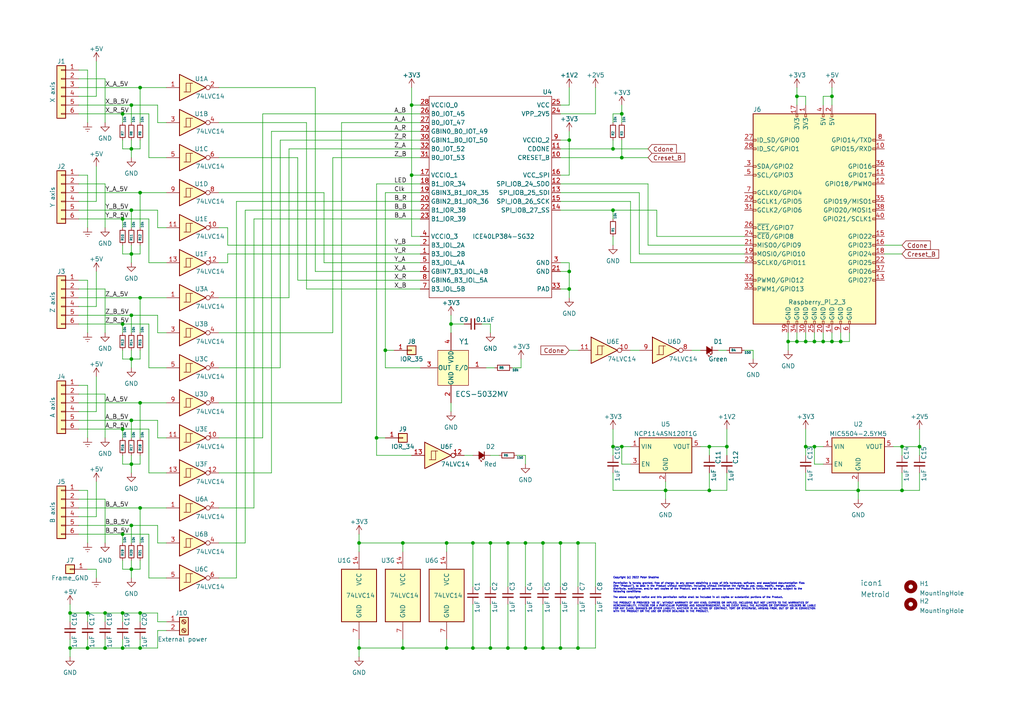
<source format=kicad_sch>
(kicad_sch (version 20211123) (generator eeschema)
  (paper "A4")
  (title_block (title "PiDRO glass scale to SPI interface") (date "2022-02-03") (rev "V0") (company "www.wire2wire.org"))
  (junction (at 238.76 99.06))
  (junction (at 111.76 101.6))
  (junction (at 180.34 33.02))
  (junction (at 177.8 129.54))
  (junction (at 236.22 99.06))
  (junction (at 119.38 50.8))
  (junction (at 40.64 86.36))
  (junction (at 193.04 142.24))
  (junction (at 20.32 187.96))
  (junction (at 20.32 177.8))
  (junction (at 266.7 129.54))
  (junction (at 40.64 25.4))
  (junction (at 38.1 91.44))
  (junction (at 35.56 124.46))
  (junction (at 38.1 134.62))
  (junction (at 38.1 104.14))
  (junction (at 38.1 165.1))
  (junction (at 38.1 73.66))
  (junction (at 38.1 43.18))
  (junction (at 180.34 129.54))
  (junction (at 157.48 157.48))
  (junction (at 104.14 187.96))
  (junction (at 241.3 27.94))
  (junction (at 233.68 129.54))
  (junction (at 109.22 127))
  (junction (at 129.54 157.48))
  (junction (at 261.62 129.54))
  (junction (at 177.8 60.96))
  (junction (at 233.68 99.06))
  (junction (at 167.64 187.96))
  (junction (at 162.56 187.96))
  (junction (at 142.24 187.96))
  (junction (at 248.92 142.24))
  (junction (at 205.74 142.24))
  (junction (at 157.48 187.96))
  (junction (at 241.3 99.06))
  (junction (at 116.84 157.48))
  (junction (at 180.34 45.72))
  (junction (at 35.56 187.96))
  (junction (at 147.32 157.48))
  (junction (at 137.16 187.96))
  (junction (at 129.54 187.96))
  (junction (at 167.64 157.48))
  (junction (at 137.16 157.48))
  (junction (at 35.56 93.98))
  (junction (at 38.1 152.4))
  (junction (at 38.1 60.96))
  (junction (at 165.1 78.74))
  (junction (at 119.38 30.48))
  (junction (at 165.1 83.82))
  (junction (at 231.14 99.06))
  (junction (at 35.56 154.94))
  (junction (at 236.22 129.54))
  (junction (at 152.4 157.48))
  (junction (at 228.6 99.06))
  (junction (at 30.48 177.8))
  (junction (at 205.74 129.54))
  (junction (at 152.4 187.96))
  (junction (at 147.32 187.96))
  (junction (at 116.84 187.96))
  (junction (at 231.14 27.94))
  (junction (at 165.1 40.64))
  (junction (at 25.4 177.8))
  (junction (at 40.64 177.8))
  (junction (at 40.64 187.96))
  (junction (at 25.4 187.96))
  (junction (at 40.64 116.84))
  (junction (at 35.56 33.02))
  (junction (at 162.56 157.48))
  (junction (at 177.8 43.18))
  (junction (at 243.84 99.06))
  (junction (at 35.56 63.5))
  (junction (at 210.82 129.54))
  (junction (at 38.1 121.92))
  (junction (at 261.62 142.24))
  (junction (at 30.48 187.96))
  (junction (at 38.1 30.48))
  (junction (at 130.81 93.98))
  (junction (at 40.64 147.32))
  (junction (at 142.24 157.48))
  (junction (at 40.64 55.88))
  (junction (at 35.56 177.8))
  (junction (at 104.14 157.48))
  (wire (pts (xy 142.24 157.48) (xy 147.32 157.48)))
  (wire (pts (xy 38.1 134.62) (xy 40.64 134.62)))
  (wire (pts (xy 256.54 71.12) (xy 261.62 71.12)))
  (wire (pts (xy 190.5 68.58) (xy 215.9 68.58)))
  (wire (pts (xy 151.13 104.14) (xy 151.13 106.68)))
  (wire (pts (xy 25.4 187.96) (xy 20.32 187.96)))
  (wire (pts (xy 76.2 33.02) (xy 121.92 33.02)))
  (wire (pts (xy 35.56 162.56) (xy 35.56 165.1)))
  (wire (pts (xy 142.24 187.96) (xy 147.32 187.96)))
  (wire (pts (xy 27.94 17.78) (xy 27.94 27.94)))
  (wire (pts (xy 73.66 63.5) (xy 121.92 63.5)))
  (wire (pts (xy 38.1 60.96) (xy 45.72 60.96)))
  (wire (pts (xy 248.92 139.7) (xy 248.92 142.24)))
  (wire (pts (xy 20.32 175.26) (xy 20.32 177.8)))
  (wire (pts (xy 66.04 73.66) (xy 121.92 73.66)))
  (wire (pts (xy 81.28 106.68) (xy 81.28 40.64)))
  (wire (pts (xy 172.72 187.96) (xy 172.72 175.26)))
  (wire (pts (xy 162.56 78.74) (xy 165.1 78.74)))
  (wire (pts (xy 210.82 142.24) (xy 210.82 137.16)))
  (wire (pts (xy 157.48 175.26) (xy 157.48 187.96)))
  (wire (pts (xy 38.1 121.92) (xy 45.72 121.92)))
  (wire (pts (xy 228.6 99.06) (xy 228.6 101.6)))
  (wire (pts (xy 30.48 83.82) (xy 30.48 96.52)))
  (wire (pts (xy 22.86 144.78) (xy 30.48 144.78)))
  (wire (pts (xy 25.4 50.8) (xy 25.4 66.04)))
  (wire (pts (xy 261.62 129.54) (xy 261.62 132.08)))
  (wire (pts (xy 193.04 142.24) (xy 205.74 142.24)))
  (wire (pts (xy 45.72 66.04) (xy 48.26 66.04)))
  (wire (pts (xy 25.4 142.24) (xy 25.4 157.48)))
  (wire (pts (xy 22.86 22.86) (xy 30.48 22.86)))
  (wire (pts (xy 35.56 165.1) (xy 38.1 165.1)))
  (wire (pts (xy 238.76 27.94) (xy 241.3 27.94)))
  (wire (pts (xy 259.08 129.54) (xy 261.62 129.54)))
  (wire (pts (xy 35.56 132.08) (xy 35.56 134.62)))
  (wire (pts (xy 129.54 185.42) (xy 129.54 187.96)))
  (wire (pts (xy 116.84 185.42) (xy 116.84 187.96)))
  (wire (pts (xy 99.06 116.84) (xy 99.06 35.56)))
  (wire (pts (xy 231.14 27.94) (xy 233.68 27.94)))
  (wire (pts (xy 266.7 129.54) (xy 266.7 132.08)))
  (wire (pts (xy 38.1 91.44) (xy 38.1 96.52)))
  (wire (pts (xy 38.1 121.92) (xy 38.1 127)))
  (wire (pts (xy 177.8 129.54) (xy 180.34 129.54)))
  (wire (pts (xy 38.1 162.56) (xy 38.1 165.1)))
  (wire (pts (xy 40.64 86.36) (xy 40.64 96.52)))
  (wire (pts (xy 30.48 114.3) (xy 30.48 127)))
  (wire (pts (xy 210.82 132.08) (xy 210.82 129.54)))
  (wire (pts (xy 78.74 137.16) (xy 78.74 38.1)))
  (wire (pts (xy 147.32 157.48) (xy 152.4 157.48)))
  (wire (pts (xy 35.56 154.94) (xy 43.18 154.94)))
  (wire (pts (xy 40.64 165.1) (xy 40.64 162.56)))
  (wire (pts (xy 35.56 134.62) (xy 38.1 134.62)))
  (wire (pts (xy 78.74 38.1) (xy 121.92 38.1)))
  (wire (pts (xy 22.86 27.94) (xy 27.94 27.94)))
  (wire (pts (xy 38.1 134.62) (xy 38.1 137.16)))
  (wire (pts (xy 177.8 142.24) (xy 193.04 142.24)))
  (wire (pts (xy 130.81 93.98) (xy 134.62 93.98)))
  (wire (pts (xy 86.36 81.28) (xy 121.92 81.28)))
  (wire (pts (xy 162.56 50.8) (xy 165.1 50.8)))
  (wire (pts (xy 215.9 71.12) (xy 187.96 71.12)))
  (wire (pts (xy 139.7 93.98) (xy 142.24 93.98)))
  (wire (pts (xy 63.5 127) (xy 76.2 127)))
  (wire (pts (xy 147.32 157.48) (xy 147.32 170.18)))
  (wire (pts (xy 22.86 83.82) (xy 30.48 83.82)))
  (wire (pts (xy 241.3 99.06) (xy 238.76 99.06)))
  (wire (pts (xy 172.72 157.48) (xy 167.64 157.48)))
  (wire (pts (xy 261.62 137.16) (xy 261.62 142.24)))
  (wire (pts (xy 40.64 177.8) (xy 40.64 180.34)))
  (wire (pts (xy 238.76 99.06) (xy 236.22 99.06)))
  (wire (pts (xy 45.72 157.48) (xy 48.26 157.48)))
  (wire (pts (xy 35.56 177.8) (xy 40.64 177.8)))
  (wire (pts (xy 162.56 33.02) (xy 172.72 33.02)))
  (wire (pts (xy 233.68 96.52) (xy 233.68 99.06)))
  (wire (pts (xy 99.06 35.56) (xy 121.92 35.56)))
  (wire (pts (xy 104.14 157.48) (xy 116.84 157.48)))
  (wire (pts (xy 104.14 157.48) (xy 104.14 160.02)))
  (wire (pts (xy 66.04 76.2) (xy 66.04 73.66)))
  (wire (pts (xy 35.56 93.98) (xy 43.18 93.98)))
  (wire (pts (xy 185.42 55.88) (xy 162.56 55.88)))
  (wire (pts (xy 241.3 25.4) (xy 241.3 27.94)))
  (wire (pts (xy 43.18 76.2) (xy 48.26 76.2)))
  (wire (pts (xy 38.1 104.14) (xy 38.1 106.68)))
  (wire (pts (xy 20.32 187.96) (xy 20.32 190.5)))
  (wire (pts (xy 109.22 127) (xy 111.76 127)))
  (wire (pts (xy 256.54 73.66) (xy 261.62 73.66)))
  (wire (pts (xy 152.4 157.48) (xy 157.48 157.48)))
  (wire (pts (xy 142.24 132.08) (xy 144.78 132.08)))
  (wire (pts (xy 228.6 96.52) (xy 228.6 99.06)))
  (wire (pts (xy 43.18 154.94) (xy 43.18 167.64)))
  (wire (pts (xy 162.56 43.18) (xy 177.8 43.18)))
  (wire (pts (xy 165.1 25.4) (xy 165.1 30.48)))
  (wire (pts (xy 167.64 157.48) (xy 167.64 170.18)))
  (wire (pts (xy 231.14 25.4) (xy 231.14 27.94)))
  (wire (pts (xy 172.72 170.18) (xy 172.72 157.48)))
  (wire (pts (xy 22.86 30.48) (xy 38.1 30.48)))
  (wire (pts (xy 63.5 35.56) (xy 88.9 35.56)))
  (wire (pts (xy 30.48 187.96) (xy 25.4 187.96)))
  (wire (pts (xy 22.86 124.46) (xy 35.56 124.46)))
  (wire (pts (xy 43.18 137.16) (xy 48.26 137.16)))
  (wire (pts (xy 68.58 58.42) (xy 121.92 58.42)))
  (wire (pts (xy 40.64 116.84) (xy 48.26 116.84)))
  (wire (pts (xy 22.86 55.88) (xy 40.64 55.88)))
  (wire (pts (xy 63.5 167.64) (xy 68.58 167.64)))
  (wire (pts (xy 236.22 99.06) (xy 233.68 99.06)))
  (wire (pts (xy 63.5 157.48) (xy 71.12 157.48)))
  (wire (pts (xy 45.72 152.4) (xy 45.72 157.48)))
  (wire (pts (xy 205.74 129.54) (xy 203.2 129.54)))
  (wire (pts (xy 180.34 129.54) (xy 182.88 129.54)))
  (wire (pts (xy 241.3 96.52) (xy 241.3 99.06)))
  (wire (pts (xy 157.48 157.48) (xy 157.48 170.18)))
  (wire (pts (xy 63.5 116.84) (xy 99.06 116.84)))
  (wire (pts (xy 111.76 101.6) (xy 111.76 106.68)))
  (wire (pts (xy 22.86 147.32) (xy 40.64 147.32)))
  (wire (pts (xy 180.34 30.48) (xy 180.34 33.02)))
  (wire (pts (xy 68.58 167.64) (xy 68.58 58.42)))
  (wire (pts (xy 35.56 63.5) (xy 35.56 66.04)))
  (wire (pts (xy 246.38 96.52) (xy 246.38 99.06)))
  (wire (pts (xy 231.14 99.06) (xy 228.6 99.06)))
  (wire (pts (xy 40.64 73.66) (xy 40.64 71.12)))
  (wire (pts (xy 40.64 187.96) (xy 35.56 187.96)))
  (wire (pts (xy 142.24 157.48) (xy 142.24 170.18)))
  (wire (pts (xy 38.1 104.14) (xy 40.64 104.14)))
  (wire (pts (xy 35.56 177.8) (xy 35.56 180.34)))
  (wire (pts (xy 30.48 177.8) (xy 35.56 177.8)))
  (wire (pts (xy 30.48 53.34) (xy 30.48 66.04)))
  (wire (pts (xy 137.16 187.96) (xy 142.24 187.96)))
  (wire (pts (xy 162.56 187.96) (xy 167.64 187.96)))
  (wire (pts (xy 177.8 124.46) (xy 177.8 129.54)))
  (wire (pts (xy 121.92 53.34) (xy 109.22 53.34)))
  (wire (pts (xy 27.94 48.26) (xy 27.94 58.42)))
  (wire (pts (xy 22.86 121.92) (xy 38.1 121.92)))
  (wire (pts (xy 116.84 157.48) (xy 129.54 157.48)))
  (wire (pts (xy 185.42 73.66) (xy 185.42 55.88)))
  (wire (pts (xy 30.48 22.86) (xy 30.48 35.56)))
  (wire (pts (xy 43.18 106.68) (xy 48.26 106.68)))
  (wire (pts (xy 43.18 167.64) (xy 48.26 167.64)))
  (wire (pts (xy 83.82 86.36) (xy 83.82 43.18)))
  (wire (pts (xy 22.86 152.4) (xy 38.1 152.4)))
  (wire (pts (xy 43.18 124.46) (xy 43.18 137.16)))
  (wire (pts (xy 40.64 185.42) (xy 40.64 187.96)))
  (wire (pts (xy 22.86 33.02) (xy 35.56 33.02)))
  (wire (pts (xy 38.1 60.96) (xy 38.1 66.04)))
  (wire (pts (xy 104.14 187.96) (xy 116.84 187.96)))
  (wire (pts (xy 266.7 124.46) (xy 266.7 129.54)))
  (wire (pts (xy 193.04 139.7) (xy 193.04 142.24)))
  (wire (pts (xy 35.56 40.64) (xy 35.56 43.18)))
  (wire (pts (xy 93.98 55.88) (xy 93.98 76.2)))
  (wire (pts (xy 22.86 88.9) (xy 27.94 88.9)))
  (wire (pts (xy 63.5 45.72) (xy 86.36 45.72)))
  (wire (pts (xy 63.5 76.2) (xy 66.04 76.2)))
  (wire (pts (xy 22.86 119.38) (xy 27.94 119.38)))
  (wire (pts (xy 35.56 73.66) (xy 38.1 73.66)))
  (wire (pts (xy 182.88 134.62) (xy 180.34 134.62)))
  (wire (pts (xy 236.22 96.52) (xy 236.22 99.06)))
  (wire (pts (xy 30.48 144.78) (xy 30.48 157.48)))
  (wire (pts (xy 38.1 73.66) (xy 40.64 73.66)))
  (wire (pts (xy 71.12 60.96) (xy 121.92 60.96)))
  (wire (pts (xy 109.22 127) (xy 109.22 132.08)))
  (wire (pts (xy 129.54 157.48) (xy 137.16 157.48)))
  (wire (pts (xy 208.28 101.6) (xy 210.82 101.6)))
  (wire (pts (xy 35.56 71.12) (xy 35.56 73.66)))
  (wire (pts (xy 248.92 142.24) (xy 248.92 144.78)))
  (wire (pts (xy 35.56 33.02) (xy 43.18 33.02)))
  (wire (pts (xy 231.14 27.94) (xy 231.14 30.48)))
  (wire (pts (xy 35.56 43.18) (xy 38.1 43.18)))
  (wire (pts (xy 129.54 187.96) (xy 137.16 187.96)))
  (wire (pts (xy 205.74 142.24) (xy 205.74 137.16)))
  (wire (pts (xy 119.38 50.8) (xy 121.92 50.8)))
  (wire (pts (xy 63.5 66.04) (xy 66.04 66.04)))
  (wire (pts (xy 45.72 91.44) (xy 45.72 96.52)))
  (wire (pts (xy 27.94 165.1) (xy 27.94 167.64)))
  (wire (pts (xy 177.8 137.16) (xy 177.8 142.24)))
  (wire (pts (xy 38.1 71.12) (xy 38.1 73.66)))
  (wire (pts (xy 218.44 101.6) (xy 218.44 104.14)))
  (wire (pts (xy 38.1 73.66) (xy 38.1 76.2)))
  (wire (pts (xy 27.94 119.38) (xy 27.94 109.22)))
  (wire (pts (xy 104.14 154.94) (xy 104.14 157.48)))
  (wire (pts (xy 35.56 124.46) (xy 43.18 124.46)))
  (wire (pts (xy 182.88 101.6) (xy 185.42 101.6)))
  (wire (pts (xy 76.2 33.02) (xy 76.2 127)))
  (wire (pts (xy 130.81 93.98) (xy 130.81 96.52)))
  (wire (pts (xy 45.72 127) (xy 48.26 127)))
  (wire (pts (xy 157.48 187.96) (xy 162.56 187.96)))
  (wire (pts (xy 266.7 142.24) (xy 261.62 142.24)))
  (wire (pts (xy 152.4 175.26) (xy 152.4 187.96)))
  (wire (pts (xy 142.24 175.26) (xy 142.24 187.96)))
  (wire (pts (xy 40.64 104.14) (xy 40.64 101.6)))
  (wire (pts (xy 22.86 81.28) (xy 25.4 81.28)))
  (wire (pts (xy 266.7 137.16) (xy 266.7 142.24)))
  (wire (pts (xy 96.52 45.72) (xy 121.92 45.72)))
  (wire (pts (xy 45.72 60.96) (xy 45.72 66.04)))
  (wire (pts (xy 63.5 106.68) (xy 81.28 106.68)))
  (wire (pts (xy 165.1 78.74) (xy 165.1 83.82)))
  (wire (pts (xy 22.86 116.84) (xy 40.64 116.84)))
  (wire (pts (xy 172.72 25.4) (xy 172.72 33.02)))
  (wire (pts (xy 205.74 132.08) (xy 205.74 129.54)))
  (wire (pts (xy 88.9 35.56) (xy 88.9 83.82)))
  (wire (pts (xy 190.5 60.96) (xy 190.5 68.58)))
  (wire (pts (xy 261.62 129.54) (xy 266.7 129.54)))
  (wire (pts (xy 241.3 27.94) (xy 241.3 30.48)))
  (wire (pts (xy 45.72 30.48) (xy 45.72 35.56)))
  (wire (pts (xy 63.5 55.88) (xy 93.98 55.88)))
  (wire (pts (xy 205.74 142.24) (xy 210.82 142.24)))
  (wire (pts (xy 20.32 177.8) (xy 20.32 180.34)))
  (wire (pts (xy 162.56 30.48) (xy 165.1 30.48)))
  (wire (pts (xy 162.56 175.26) (xy 162.56 187.96)))
  (wire (pts (xy 48.26 45.72) (xy 43.18 45.72)))
  (wire (pts (xy 233.68 124.46) (xy 233.68 129.54)))
  (wire (pts (xy 215.9 101.6) (xy 218.44 101.6)))
  (wire (pts (xy 116.84 187.96) (xy 129.54 187.96)))
  (wire (pts (xy 43.18 93.98) (xy 43.18 106.68)))
  (wire (pts (xy 25.4 165.1) (xy 27.94 165.1)))
  (wire (pts (xy 180.34 45.72) (xy 187.96 45.72)))
  (wire (pts (xy 152.4 187.96) (xy 157.48 187.96)))
  (wire (pts (xy 66.04 71.12) (xy 121.92 71.12)))
  (wire (pts (xy 45.72 180.34) (xy 45.72 177.8)))
  (wire (pts (xy 165.1 76.2) (xy 165.1 78.74)))
  (wire (pts (xy 40.64 147.32) (xy 40.64 157.48)))
  (wire (pts (xy 35.56 33.02) (xy 35.56 35.56)))
  (wire (pts (xy 35.56 63.5) (xy 43.18 63.5)))
  (wire (pts (xy 140.97 106.68) (xy 143.51 106.68)))
  (wire (pts (xy 91.44 25.4) (xy 91.44 78.74)))
  (wire (pts (xy 177.8 60.96) (xy 177.8 63.5)))
  (wire (pts (xy 236.22 129.54) (xy 236.22 134.62)))
  (wire (pts (xy 38.1 30.48) (xy 38.1 35.56)))
  (wire (pts (xy 233.68 142.24) (xy 233.68 137.16)))
  (wire (pts (xy 238.76 96.52) (xy 238.76 99.06)))
  (wire (pts (xy 43.18 45.72) (xy 43.18 33.02)))
  (wire (pts (xy 177.8 132.08) (xy 177.8 129.54)))
  (wire (pts (xy 238.76 30.48) (xy 238.76 27.94)))
  (wire (pts (xy 261.62 142.24) (xy 248.92 142.24)))
  (wire (pts (xy 116.84 157.48) (xy 116.84 160.02)))
  (wire (pts (xy 119.38 30.48) (xy 119.38 50.8)))
  (wire (pts (xy 180.34 134.62) (xy 180.34 129.54)))
  (wire (pts (xy 25.4 177.8) (xy 25.4 180.34)))
  (wire (pts (xy 165.1 83.82) (xy 165.1 86.36)))
  (wire (pts (xy 180.34 40.64) (xy 180.34 45.72)))
  (wire (pts (xy 63.5 137.16) (xy 78.74 137.16)))
  (wire (pts (xy 162.56 45.72) (xy 180.34 45.72)))
  (wire (pts (xy 22.86 20.32) (xy 25.4 20.32)))
  (wire (pts (xy 248.92 142.24) (xy 233.68 142.24)))
  (wire (pts (xy 148.59 106.68) (xy 151.13 106.68)))
  (wire (pts (xy 38.1 132.08) (xy 38.1 134.62)))
  (wire (pts (xy 121.92 55.88) (xy 111.76 55.88)))
  (wire (pts (xy 38.1 165.1) (xy 38.1 167.64)))
  (wire (pts (xy 210.82 129.54) (xy 205.74 129.54)))
  (wire (pts (xy 177.8 43.18) (xy 187.96 43.18)))
  (wire (pts (xy 88.9 83.82) (xy 121.92 83.82)))
  (wire (pts (xy 43.18 63.5) (xy 43.18 76.2)))
  (wire (pts (xy 111.76 55.88) (xy 111.76 101.6)))
  (wire (pts (xy 119.38 25.4) (xy 119.38 30.48)))
  (wire (pts (xy 40.64 55.88) (xy 48.26 55.88)))
  (wire (pts (xy 25.4 185.42) (xy 25.4 187.96)))
  (wire (pts (xy 22.86 154.94) (xy 35.56 154.94)))
  (wire (pts (xy 25.4 20.32) (xy 25.4 35.56)))
  (wire (pts (xy 233.68 99.06) (xy 231.14 99.06)))
  (wire (pts (xy 22.86 142.24) (xy 25.4 142.24)))
  (wire (pts (xy 40.64 147.32) (xy 48.26 147.32)))
  (wire (pts (xy 63.5 86.36) (xy 83.82 86.36)))
  (wire (pts (xy 152.4 157.48) (xy 152.4 170.18)))
  (wire (pts (xy 215.9 76.2) (xy 182.88 76.2)))
  (wire (pts (xy 35.56 187.96) (xy 30.48 187.96)))
  (wire (pts (xy 35.56 104.14) (xy 38.1 104.14)))
  (wire (pts (xy 63.5 96.52) (xy 96.52 96.52)))
  (wire (pts (xy 187.96 71.12) (xy 187.96 53.34)))
  (wire (pts (xy 40.64 25.4) (xy 48.26 25.4)))
  (wire (pts (xy 149.86 132.08) (xy 152.4 132.08)))
  (wire (pts (xy 238.76 134.62) (xy 236.22 134.62)))
  (wire (pts (xy 25.4 81.28) (xy 25.4 96.52)))
  (wire (pts (xy 22.86 53.34) (xy 30.48 53.34)))
  (wire (pts (xy 157.48 157.48) (xy 162.56 157.48)))
  (wire (pts (xy 177.8 33.02) (xy 180.34 33.02)))
  (wire (pts (xy 38.1 43.18) (xy 38.1 45.72)))
  (wire (pts (xy 40.64 134.62) (xy 40.64 132.08)))
  (wire (pts (xy 45.72 187.96) (xy 40.64 187.96)))
  (wire (pts (xy 22.86 63.5) (xy 35.56 63.5)))
  (wire (pts (xy 48.26 180.34) (xy 45.72 180.34)))
  (wire (pts (xy 119.38 50.8) (xy 119.38 68.58)))
  (wire (pts (xy 180.34 33.02) (xy 180.34 35.56)))
  (wire (pts (xy 137.16 157.48) (xy 142.24 157.48)))
  (wire (pts (xy 109.22 132.08) (xy 119.38 132.08)))
  (wire (pts (xy 137.16 175.26) (xy 137.16 187.96)))
  (wire (pts (xy 162.56 60.96) (xy 177.8 60.96)))
  (wire (pts (xy 22.86 58.42) (xy 27.94 58.42)))
  (wire (pts (xy 177.8 60.96) (xy 190.5 60.96)))
  (wire (pts (xy 111.76 101.6) (xy 114.3 101.6)))
  (wire (pts (xy 22.86 91.44) (xy 38.1 91.44)))
  (wire (pts (xy 38.1 91.44) (xy 45.72 91.44)))
  (wire (pts (xy 22.86 93.98) (xy 35.56 93.98)))
  (wire (pts (xy 27.94 149.86) (xy 27.94 139.7)))
  (wire (pts (xy 20.32 185.42) (xy 20.32 187.96)))
  (wire (pts (xy 66.04 66.04) (xy 66.04 71.12)))
  (wire (pts (xy 177.8 35.56) (xy 177.8 33.02)))
  (wire (pts (xy 22.86 114.3) (xy 30.48 114.3)))
  (wire (pts (xy 96.52 96.52) (xy 96.52 45.72)))
  (wire (pts (xy 233.68 30.48) (xy 233.68 27.94)))
  (wire (pts (xy 137.16 157.48) (xy 137.16 170.18)))
  (wire (pts (xy 35.56 185.42) (xy 35.56 187.96)))
  (wire (pts (xy 27.94 78.74) (xy 27.94 88.9)))
  (wire (pts (xy 243.84 96.52) (xy 243.84 99.06)))
  (wire (pts (xy 130.81 116.84) (xy 130.81 119.38)))
  (wire (pts (xy 187.96 53.34) (xy 162.56 53.34)))
  (wire (pts (xy 38.1 101.6) (xy 38.1 104.14)))
  (wire (pts (xy 22.86 60.96) (xy 38.1 60.96)))
  (wire (pts (xy 30.48 177.8) (xy 30.48 180.34)))
  (wire (pts (xy 83.82 43.18) (xy 121.92 43.18)))
  (wire (pts (xy 162.56 76.2) (xy 165.1 76.2)))
  (wire (pts (xy 40.64 86.36) (xy 48.26 86.36)))
  (wire (pts (xy 233.68 129.54) (xy 233.68 132.08)))
  (wire (pts (xy 129.54 157.48) (xy 129.54 160.02)))
  (wire (pts (xy 177.8 40.64) (xy 177.8 43.18)))
  (wire (pts (xy 104.14 187.96) (xy 104.14 190.5)))
  (wire (pts (xy 152.4 132.08) (xy 152.4 134.62)))
  (wire (pts (xy 45.72 96.52) (xy 48.26 96.52)))
  (wire (pts (xy 35.56 124.46) (xy 35.56 127)))
  (wire (pts (xy 193.04 142.24) (xy 193.04 144.78)))
  (wire (pts (xy 210.82 124.46) (xy 210.82 129.54)))
  (wire (pts (xy 177.8 68.58) (xy 177.8 71.12)))
  (wire (pts (xy 40.64 25.4) (xy 40.64 35.56)))
  (wire (pts (xy 246.38 99.06) (xy 243.84 99.06)))
  (wire (pts (xy 22.86 111.76) (xy 25.4 111.76)))
  (wire (pts (xy 182.88 58.42) (xy 162.56 58.42)))
  (wire (pts (xy 236.22 129.54) (xy 233.68 129.54)))
  (wire (pts (xy 22.86 86.36) (xy 40.64 86.36)))
  (wire (pts (xy 25.4 177.8) (xy 30.48 177.8)))
  (wire (pts (xy 215.9 73.66) (xy 185.42 73.66)))
  (wire (pts (xy 243.84 99.06) (xy 241.3 99.06)))
  (wire (pts (xy 162.56 157.48) (xy 162.56 170.18)))
  (wire (pts (xy 147.32 187.96) (xy 152.4 187.96)))
  (wire (pts (xy 130.81 91.44) (xy 130.81 93.98)))
  (wire (pts (xy 35.56 154.94) (xy 35.56 157.48)))
  (wire (pts (xy 20.32 177.8) (xy 25.4 177.8)))
  (wire (pts (xy 30.48 185.42) (xy 30.48 187.96)))
  (wire (pts (xy 162.56 83.82) (xy 165.1 83.82)))
  (wire (pts (xy 45.72 121.92) (xy 45.72 127)))
  (wire (pts (xy 40.64 43.18) (xy 40.64 40.64)))
  (wire (pts (xy 165.1 40.64) (xy 165.1 50.8)))
  (wire (pts (xy 38.1 40.64) (xy 38.1 43.18)))
  (wire (pts (xy 40.64 116.84) (xy 40.64 127)))
  (wire (pts (xy 22.86 50.8) (xy 25.4 50.8)))
  (wire (pts (xy 45.72 35.56) (xy 48.26 35.56)))
  (wire (pts (xy 200.66 101.6) (xy 203.2 101.6)))
  (wire (pts (xy 40.64 55.88) (xy 40.64 66.04)))
  (wire (pts (xy 38.1 165.1) (xy 40.64 165.1)))
  (wire (pts (xy 38.1 152.4) (xy 45.72 152.4)))
  (wire (pts (xy 63.5 147.32) (xy 73.66 147.32)))
  (wire (pts (xy 134.62 132.08) (xy 137.16 132.08)))
  (wire (pts (xy 162.56 157.48) (xy 167.64 157.48)))
  (wire (pts (xy 38.1 43.18) (xy 40.64 43.18)))
  (wire (pts (xy 167.64 187.96) (xy 167.64 175.26)))
  (wire (pts (xy 231.14 96.52) (xy 231.14 99.06)))
  (wire (pts (xy 45.72 182.88) (xy 45.72 187.96)))
  (wire (pts (xy 93.98 76.2) (xy 121.92 76.2)))
  (wire (pts (xy 63.5 25.4) (xy 91.44 25.4)))
  (wire (pts (xy 104.14 185.42) (xy 104.14 187.96)))
  (wire (pts (xy 109.22 53.34) (xy 109.22 127)))
  (wire (pts (xy 22.86 149.86) (xy 27.94 149.86)))
  (wire (pts (xy 147.32 175.26) (xy 147.32 187.96)))
  (wire (pts (xy 162.56 40.64) (xy 165.1 40.64)))
  (wire (pts (xy 38.1 30.48) (xy 45.72 30.48)))
  (wire (pts (xy 25.4 111.76) (xy 25.4 127)))
  (wire (pts (xy 119.38 30.48) (xy 121.92 30.48)))
  (wire (pts (xy 38.1 152.4) (xy 38.1 157.48)))
  (wire (pts (xy 81.28 40.64) (xy 121.92 40.64)))
  (wire (pts (xy 48.26 182.88) (xy 45.72 182.88)))
  (wire (pts (xy 121.92 68.58) (xy 119.38 68.58)))
  (wire (pts (xy 22.86 25.4) (xy 40.64 25.4)))
  (wire (pts (xy 165.1 38.1) (xy 165.1 40.64)))
  (wire (pts (xy 238.76 129.54) (xy 236.22 129.54)))
  (wire (pts (xy 35.56 93.98) (xy 35.56 96.52)))
  (wire (pts (xy 71.12 157.48) (xy 71.12 60.96)))
  (wire (pts (xy 167.64 187.96) (xy 172.72 187.96)))
  (wire (pts (xy 111.76 106.68) (xy 121.92 106.68)))
  (wire (pts (xy 73.66 147.32) (xy 73.66 63.5)))
  (wire (pts (xy 142.24 93.98) (xy 142.24 96.52)))
  (wire (pts (xy 182.88 76.2) (xy 182.88 58.42)))
  (wire (pts (xy 35.56 101.6) (xy 35.56 104.14)))
  (wire (pts (xy 86.36 45.72) (xy 86.36 81.28)))
  (wire (pts (xy 165.1 101.6) (xy 167.64 101.6)))
  (wire (pts (xy 91.44 78.74) (xy 121.92 78.74)))
  (wire (pts (xy 45.72 177.8) (xy 40.64 177.8)))
  (text "Copyright (c) 2022 Peter Shabino\n\nPermission is hereby granted, free of charge, to any person obtaining a copy of this hardware, software, and associated documentation files \n(the \"Product\"), to deal in the Product without restriction, including without limitation the rights to use, copy, modify, merge, publish, \ndistribute, sublicense, and/or sell copies of the Product, and to permit persons to whom the Product is furnished to do so, subject to the \nfollowing conditions:\n\nThe above copyright notice and this permission notice shall be included in all copies or substantial portions of the Product.\n\nTHE PRODUCT IS PROVIDED \"AS IS\", WITHOUT WARRANTY OF ANY KIND, EXPRESS OR IMPLIED, INCLUDING BUT NOT LIMITED TO THE WARRANTIES OF \nMERCHANTABILITY, FITNESS FOR A PARTICULAR PURPOSE AND NONINFRINGEMENT. IN NO EVENT SHALL THE AUTHORS OR COPYRIGHT HOLDERS BE LIABLE \nFOR ANY CLAIM, DAMAGES OR OTHER LIABILITY, WHETHER IN AN ACTION OF CONTRACT, TORT OR OTHERWISE, ARISING FROM, OUT OF OR IN CONNECTION \nWITH THE PRODUCT OR THE USE OR OTHER DEALINGS IN THE PRODUCT." (at 177.8 177.8 0) (effects (font (size 0.508 0.508)) (justify left bottom)))
  (label "X_R_5V" (at 30.48 33.02 0))
  (label "Z_R" (at 114.3 40.64 0))
  (label "B_R" (at 114.3 58.42 0))
  (label "A_B_5V" (at 30.48 121.92 0))
  (label "Z_A" (at 114.3 43.18 0))
  (label "LED" (at 114.3 53.34 0))
  (label "Y_R" (at 114.3 73.66 0))
  (label "B_A_5V" (at 30.48 147.32 0))
  (label "Y_A_5V" (at 30.48 55.88 0))
  (label "X_A" (at 114.3 78.74 0))
  (label "B_B" (at 114.3 60.96 0))
  (label "Y_A" (at 114.3 76.2 0))
  (label "Y_B" (at 114.3 71.12 0))
  (label "Z_B" (at 114.3 45.72 0))
  (label "B_A" (at 114.3 63.5 0))
  (label "A_R" (at 114.3 38.1 0))
  (label "A_B" (at 114.3 33.02 0))
  (label "Z_R_5V" (at 30.48 93.98 0))
  (label "B_R_5V" (at 30.48 154.94 0))
  (label "X_B_5V" (at 30.48 30.48 0))
  (label "A_R_5V" (at 30.48 124.46 0))
  (label "Clk" (at 114.3 55.88 0))
  (label "Y_R_5V" (at 30.48 63.5 0))
  (label "B_B_5V" (at 30.48 152.4 0))
  (label "X_B" (at 114.3 83.82 0))
  (label "X_A_5V" (at 30.48 25.4 0))
  (label "Z_B_5V" (at 30.48 91.44 0))
  (label "Z_A_5V" (at 30.48 86.36 0))
  (label "X_R" (at 114.3 81.28 0))
  (label "A_A" (at 114.3 35.56 0))
  (label "A_A_5V" (at 30.48 116.84 0))
  (label "Y_B_5V" (at 30.48 60.96 0))
  (global_label "Creset_B" (shape input) (at 187.96 45.72 0) (property "Intersheet References" "${INTERSHEET_REFS}" (effects hide)))
  (global_label "Cdone" (shape input) (at 261.62 71.12 0) (property "Intersheet References" "${INTERSHEET_REFS}" (effects hide)))
  (global_label "Cdone" (shape input) (at 187.96 43.18 0) (property "Intersheet References" "${INTERSHEET_REFS}" (effects hide)))
  (global_label "Creset_B" (shape input) (at 261.62 73.66 0) (property "Intersheet References" "${INTERSHEET_REFS}" (effects hide)))
  (global_label "Cdone" (shape input) (at 165.1 101.6 180) (property "Intersheet References" "${INTERSHEET_REFS}" (effects hide)))
  (symbol (lib_id "Device:C_Small") (at 157.48 172.72 0) (unit 1)
    (property "Reference" "C5" (at 158.75 171.45 90) (effects (justify left)))
    (property "Value" "1uF" (at 158.75 177.8 90) (effects (justify left)))
    (property "Footprint" "Capacitor_SMD:C_0805_2012Metric" (effects hide))
  )
  (symbol (lib_id "Lattice_pjs:ICE40LP384-SG32") (at 124.46 30.48 0) (mirror y) (unit 1)
    (property "Reference" "U4" (at 158.75 26.67 0))
    (property "Value" "ICE40LP384-SG32" (at 146.05 68.58 0))
    (property "Footprint" "Package_DFN_QFN:TQFN-32-1EP_5x5mm_P0.5mm_EP2.1x2.1mm" (effects hide))
  )
  (symbol (lib_id "Device:R_Small") (at 147.32 132.08 270) (unit 1)
    (property "Reference" "R6" (at 146.05 132.08 90) (effects (font (size 0.635 0.635)) (justify left)))
    (property "Value" "150" (at 149.86 132.715 90) (effects (font (size 0.635 0.635)) (justify left)))
    (property "Footprint" "Resistor_SMD:R_0603_1608Metric" (effects hide))
  )
  (symbol (lib_id "74xx:74HC14") (at 55.88 137.16 0) (unit 6)
    (property "Reference" "U3" (at 58.42 134.62 0))
    (property "Value" "74LVC14" (at 60.96 139.7 0))
    (property "Footprint" "Package_SO:SO-14_5.3x10.2mm_P1.27mm" (effects hide))
    (property "Datasheet" "http://www.ti.com/lit/gpn/sn74HC14" (effects hide))
  )
  (symbol (lib_id "power:GND") (at 218.44 104.14 0) (unit 1)
    (property "Reference" "#PWR026" (effects hide))
    (property "Value" "GND" (at 218.44 108.7025 0))
  )
  (symbol (lib_id "Device:R_Small") (at 40.64 38.1 0) (unit 1)
    (property "Reference" "R9" (at 40.64 39.37 90) (effects (font (size 0.635 0.635)) (justify left)))
    (property "Value" "10k" (at 41.275 35.56 90) (effects (font (size 0.635 0.635)) (justify left)))
    (property "Footprint" "Resistor_SMD:R_0603_1608Metric" (effects hide))
  )
  (symbol (lib_id "power:GND") (at 38.1 167.64 0) (unit 1)
    (property "Reference" "#PWR041" (effects hide))
    (property "Value" "GND" (at 38.1 172.2025 0))
  )
  (symbol (lib_id "power:+3.3V") (at 119.38 25.4 0) (unit 1)
    (property "Reference" "#PWR08" (effects hide))
    (property "Value" "+3.3V" (at 119.38 21.7955 0))
  )
  (symbol (lib_id "Mechanical:MountingHole") (at 264.16 170.18 0) (unit 1)
    (property "Reference" "H1" (at 266.7 169.2715 0) (effects (justify left)))
    (property "Value" "MountingHole" (at 266.7 172.0466 0) (effects (justify left)))
    (property "Footprint" "MountingHole:MountingHole_2.7mm" (effects hide))
  )
  (symbol (lib_id "power:+5V") (at 27.94 78.74 0) (unit 1)
    (property "Reference" "#PWR010" (effects hide))
    (property "Value" "+5V" (at 27.94 75.1355 0))
  )
  (symbol (lib_id "power:+5V") (at 27.94 139.7 0) (unit 1)
    (property "Reference" "#PWR019" (effects hide))
    (property "Value" "+5V" (at 27.94 136.0955 0))
  )
  (symbol (lib_id "power:+2V5") (at 172.72 25.4 0) (unit 1)
    (property "Reference" "#PWR0103" (effects hide))
    (property "Value" "+2V5" (at 172.72 21.7955 0))
  )
  (symbol (lib_id "power:Earth") (at 25.4 127 0) (unit 1)
    (property "Reference" "#PWR015" (effects hide))
    (property "Value" "Earth" (effects hide))
  )
  (symbol (lib_id "Device:C_Small") (at 210.82 134.62 0) (unit 1)
    (property "Reference" "C12" (at 213.36 134.62 90) (effects (justify left)))
    (property "Value" "1uF" (at 212.09 139.7 90) (effects (justify left)))
    (property "Footprint" "Capacitor_SMD:C_0805_2012Metric" (effects hide))
  )
  (symbol (lib_id "Device:C_Small") (at 137.16 93.98 90) (unit 1)
    (property "Reference" "C9" (at 135.89 92.71 90) (effects (justify left)))
    (property "Value" "0.1uF" (at 143.51 92.71 90) (effects (justify left)))
    (property "Footprint" "Capacitor_SMD:C_0603_1608Metric" (effects hide))
  )
  (symbol (lib_id "Device:R_Small") (at 180.34 38.1 0) (unit 1)
    (property "Reference" "R3" (at 180.34 39.37 90) (effects (font (size 0.635 0.635)) (justify left)))
    (property "Value" "10k" (at 180.975 35.56 90) (effects (font (size 0.635 0.635)) (justify left)))
    (property "Footprint" "Resistor_SMD:R_0603_1608Metric" (effects hide))
  )
  (symbol (lib_id "Device:R_Small") (at 40.64 160.02 0) (unit 1)
    (property "Reference" "R21" (at 40.64 161.29 90) (effects (font (size 0.635 0.635)) (justify left)))
    (property "Value" "10k" (at 41.275 157.48 90) (effects (font (size 0.635 0.635)) (justify left)))
    (property "Footprint" "Resistor_SMD:R_0603_1608Metric" (effects hide))
  )
  (symbol (lib_id "Connector_Generic:Conn_01x06") (at 17.78 86.36 0) (mirror y) (unit 1)
    (property "Reference" "J3" (at 17.78 78.74 0))
    (property "Value" "Z axis" (at 15.24 87.63 90))
    (property "Footprint" "Connector_PinHeader_2.54mm:PinHeader_2x03_P2.54mm_Vertical" (effects hide))
  )
  (symbol (lib_id "power:+3.3V") (at 130.81 91.44 0) (unit 1)
    (property "Reference" "#PWR023" (effects hide))
    (property "Value" "+3.3V" (at 130.81 87.8355 0))
  )
  (symbol (lib_id "Device:R_Small") (at 35.56 160.02 0) (unit 1)
    (property "Reference" "R19" (at 35.56 161.29 90) (effects (font (size 0.635 0.635)) (justify left)))
    (property "Value" "10k" (at 36.195 157.48 90) (effects (font (size 0.635 0.635)) (justify left)))
    (property "Footprint" "Resistor_SMD:R_0603_1608Metric" (effects hide))
  )
  (symbol (lib_id "74xx:74HC14") (at 55.88 96.52 0) (unit 2)
    (property "Reference" "U3" (at 58.42 93.98 0))
    (property "Value" "74LVC14" (at 60.96 99.06 0))
    (property "Footprint" "Package_SO:SO-14_5.3x10.2mm_P1.27mm" (effects hide))
    (property "Datasheet" "http://www.ti.com/lit/gpn/sn74HC14" (effects hide))
  )
  (symbol (lib_id "power:GND") (at 30.48 66.04 0) (unit 1)
    (property "Reference" "#PWR05" (effects hide))
    (property "Value" "GND" (at 30.48 70.6025 0))
  )
  (symbol (lib_id "74xx:74HC14") (at 55.88 106.68 0) (unit 3)
    (property "Reference" "U3" (at 58.42 104.14 0))
    (property "Value" "74LVC14" (at 60.96 109.22 0))
    (property "Footprint" "Package_SO:SO-14_5.3x10.2mm_P1.27mm" (effects hide))
    (property "Datasheet" "http://www.ti.com/lit/gpn/sn74HC14" (effects hide))
  )
  (symbol (lib_id "power:GND") (at 30.48 157.48 0) (unit 1)
    (property "Reference" "#PWR020" (effects hide))
    (property "Value" "GND" (at 30.48 162.56 0))
  )
  (symbol (lib_id "Connector_Generic:Conn_01x06") (at 17.78 116.84 0) (mirror y) (unit 1)
    (property "Reference" "J4" (at 17.78 109.22 0))
    (property "Value" "A axis" (at 15.24 118.11 90))
    (property "Footprint" "Connector_PinHeader_2.54mm:PinHeader_2x03_P2.54mm_Vertical" (effects hide))
  )
  (symbol (lib_id "74xx:74HC14") (at 104.14 172.72 0) (unit 7)
    (property "Reference" "U1" (at 97.79 162.56 0) (effects (justify left)))
    (property "Value" "74LVC14" (at 100.33 172.72 0) (effects (justify left)))
    (property "Footprint" "Package_SO:SO-14_5.3x10.2mm_P1.27mm" (effects hide))
    (property "Datasheet" "http://www.ti.com/lit/gpn/sn74HC14" (effects hide))
  )
  (symbol (lib_id "Device:R_Small") (at 38.1 38.1 0) (unit 1)
    (property "Reference" "R8" (at 38.1 39.37 90) (effects (font (size 0.635 0.635)) (justify left)))
    (property "Value" "10k" (at 38.735 35.56 90) (effects (font (size 0.635 0.635)) (justify left)))
    (property "Footprint" "Resistor_SMD:R_0603_1608Metric" (effects hide))
  )
  (symbol (lib_id "power:GND") (at 20.32 190.5 0) (unit 1)
    (property "Reference" "#PWR036" (effects hide))
    (property "Value" "GND" (at 20.32 195.0625 0))
  )
  (symbol (lib_id "Device:R_Small") (at 38.1 68.58 0) (unit 1)
    (property "Reference" "R11" (at 38.1 69.85 90) (effects (font (size 0.635 0.635)) (justify left)))
    (property "Value" "10k" (at 38.735 66.04 90) (effects (font (size 0.635 0.635)) (justify left)))
    (property "Footprint" "Resistor_SMD:R_0603_1608Metric" (effects hide))
  )
  (symbol (lib_id "power:GND") (at 152.4 134.62 0) (unit 1)
    (property "Reference" "#PWR032" (effects hide))
    (property "Value" "GND" (at 152.4 139.1825 0))
  )
  (symbol (lib_id "power:GND") (at 193.04 144.78 0) (unit 1)
    (property "Reference" "#PWR033" (effects hide))
    (property "Value" "GND" (at 193.04 149.3425 0))
  )
  (symbol (lib_id "Regulator_Linear:MIC5504-2.5YM5") (at 193.04 132.08 0) (unit 1)
    (property "Reference" "U5" (at 193.04 123.0335 0))
    (property "Value" "NCP114ASN120T1G" (at 193.04 125.8086 0))
    (property "Footprint" "Package_SO:TSOP-5_1.65x3.05mm_P0.95mm" (effects hide))
    (property "Datasheet" "http://ww1.microchip.com/downloads/en/DeviceDoc/MIC550X.pdf" (effects hide))
  )
  (symbol (lib_id "74xx:74HC14") (at 175.26 101.6 0) (unit 5)
    (property "Reference" "U6" (at 177.8 99.06 0))
    (property "Value" "74LVC14" (at 180.34 104.14 0))
    (property "Footprint" "Package_SO:SO-14_5.3x10.2mm_P1.27mm" (effects hide))
    (property "Datasheet" "http://www.ti.com/lit/gpn/sn74HC14" (effects hide))
  )
  (symbol (lib_id "power:+5V") (at 27.94 17.78 0) (unit 1)
    (property "Reference" "#PWR01" (effects hide))
    (property "Value" "+5V" (at 27.94 14.1755 0))
  )
  (symbol (lib_id "power:GND") (at 38.1 45.72 0) (unit 1)
    (property "Reference" "#PWR037" (effects hide))
    (property "Value" "GND" (at 38.1 50.2825 0))
  )
  (symbol (lib_id "power:GND") (at 104.14 190.5 0) (unit 1)
    (property "Reference" "#PWR018" (effects hide))
    (property "Value" "GND" (at 104.14 195.0625 0))
  )
  (symbol (lib_id "Device:R_Small") (at 35.56 129.54 0) (unit 1)
    (property "Reference" "R16" (at 35.56 130.81 90) (effects (font (size 0.635 0.635)) (justify left)))
    (property "Value" "10k" (at 36.195 127 90) (effects (font (size 0.635 0.635)) (justify left)))
    (property "Footprint" "Resistor_SMD:R_0603_1608Metric" (effects hide))
  )
  (symbol (lib_id "power:GND") (at 130.81 119.38 0) (unit 1)
    (property "Reference" "#PWR027" (effects hide))
    (property "Value" "GND" (at 130.81 123.9425 0))
  )
  (symbol (lib_id "dk_Oscillators:XLH736022_579200I") (at 132.08 106.68 0) (mirror y) (unit 1)
    (property "Reference" "Y1" (at 134.62 99.06 0) (effects (font (size 1.524 1.524))))
    (property "Value" "ECS-5032MV" (at 139.7 114.3 0) (effects (font (size 1.524 1.524))))
    (property "Footprint" "digikey-footprints:Oscillator_XLH736022.579200I" (effects hide))
    (property "Datasheet" "http://www.foxonline.com/pdfs/FXO_HC73.pdf" (effects hide))
    (property "Digi-Key_PN" "631-1277-ND" (effects hide))
    (property "MPN" "XLH736022.579200I" (effects hide))
    (property "Category" "Crystals, Oscillators, Resonators" (effects hide))
    (property "Family" "Oscillators" (effects hide))
    (property "DK_Datasheet_Link" "http://www.foxonline.com/pdfs/FXO_HC73.pdf" (effects hide))
    (property "DK_Detail_Page" "/product-detail/en/idt-integrated-device-technology-inc/XLH736022.579200I/631-1277-ND/3189602" (effects hide))
    (property "Description" "OSC XO 22.5792MHZ HCMOS SMD" (effects hide))
    (property "Manufacturer" "IDT, Integrated Device Technology Inc" (effects hide))
    (property "Status" "Active" (effects hide))
  )
  (symbol (lib_id "74xx:74HC14") (at 55.88 127 0) (unit 5)
    (property "Reference" "U3" (at 58.42 124.46 0))
    (property "Value" "74LVC14" (at 60.96 129.54 0))
    (property "Footprint" "Package_SO:SO-14_5.3x10.2mm_P1.27mm" (effects hide))
    (property "Datasheet" "http://www.ti.com/lit/gpn/sn74HC14" (effects hide))
  )
  (symbol (lib_id "Device:C_Small") (at 167.64 172.72 0) (unit 1)
    (property "Reference" "C7" (at 168.91 171.45 90) (effects (justify left)))
    (property "Value" "1uF" (at 168.91 177.8 90) (effects (justify left)))
    (property "Footprint" "Capacitor_SMD:C_0805_2012Metric" (effects hide))
  )
  (symbol (lib_id "power:+5V") (at 20.32 175.26 0) (unit 1)
    (property "Reference" "#PWR035" (effects hide))
    (property "Value" "+5V" (at 20.32 171.6555 0))
  )
  (symbol (lib_id "74xx:74HC14") (at 55.88 25.4 0) (unit 1)
    (property "Reference" "U1" (at 58.42 22.86 0))
    (property "Value" "74LVC14" (at 60.96 27.94 0))
    (property "Footprint" "Package_SO:SO-14_5.3x10.2mm_P1.27mm" (effects hide))
    (property "Datasheet" "http://www.ti.com/lit/gpn/sn74HC14" (effects hide))
  )
  (symbol (lib_id "Device:R_Small") (at 213.36 101.6 270) (unit 1)
    (property "Reference" "R4" (at 212.09 101.6 90) (effects (font (size 0.635 0.635)) (justify left)))
    (property "Value" "150" (at 215.9 102.235 90) (effects (font (size 0.635 0.635)) (justify left)))
    (property "Footprint" "Resistor_SMD:R_0603_1608Metric" (effects hide))
  )
  (symbol (lib_id "74xx:74HC14") (at 55.88 157.48 0) (unit 2)
    (property "Reference" "U6" (at 58.42 154.94 0))
    (property "Value" "74LVC14" (at 60.96 160.02 0))
    (property "Footprint" "Package_SO:SO-14_5.3x10.2mm_P1.27mm" (effects hide))
    (property "Datasheet" "http://www.ti.com/lit/gpn/sn74HC14" (effects hide))
  )
  (symbol (lib_id "74xx:74HC14") (at 129.54 172.72 0) (unit 7)
    (property "Reference" "U6" (at 123.19 162.56 0) (effects (justify left)))
    (property "Value" "74LVC14" (at 125.73 172.72 0) (effects (justify left)))
    (property "Footprint" "Package_SO:SO-14_5.3x10.2mm_P1.27mm" (effects hide))
    (property "Datasheet" "http://www.ti.com/lit/gpn/sn74HC14" (effects hide))
  )
  (symbol (lib_id "power:+5V") (at 241.3 25.4 0) (unit 1)
    (property "Reference" "#PWR07" (effects hide))
    (property "Value" "+5V" (at 241.3 21.7955 0))
  )
  (symbol (lib_id "power:+3.3V") (at 151.13 104.14 0) (unit 1)
    (property "Reference" "#PWR025" (effects hide))
    (property "Value" "+3.3V" (at 151.13 100.5355 0))
  )
  (symbol (lib_id "power:+3.3V") (at 180.34 30.48 0) (unit 1)
    (property "Reference" "#PWR022" (effects hide))
    (property "Value" "+3.3V" (at 180.34 26.8755 0))
  )
  (symbol (lib_id "Device:C_Small") (at 25.4 182.88 0) (unit 1)
    (property "Reference" "C17" (at 26.67 181.61 90) (effects (justify left)))
    (property "Value" "1uF" (at 26.67 187.96 90) (effects (justify left)))
    (property "Footprint" "Capacitor_SMD:C_0805_2012Metric" (effects hide))
  )
  (symbol (lib_id "power:GND") (at 30.48 35.56 0) (unit 1)
    (property "Reference" "#PWR02" (effects hide))
    (property "Value" "GND" (at 30.48 40.1225 0))
  )
  (symbol (lib_id "Device:R_Small") (at 177.8 38.1 0) (unit 1)
    (property "Reference" "R2" (at 177.8 39.37 90) (effects (font (size 0.635 0.635)) (justify left)))
    (property "Value" "10k" (at 178.435 35.56 90) (effects (font (size 0.635 0.635)) (justify left)))
    (property "Footprint" "Resistor_SMD:R_0603_1608Metric" (effects hide))
  )
  (symbol (lib_id "power:GND") (at 177.8 71.12 0) (unit 1)
    (property "Reference" "#PWR0105" (effects hide))
    (property "Value" "GND" (at 177.8 75.6825 0))
  )
  (symbol (lib_id "power:Earth") (at 25.4 96.52 0) (unit 1)
    (property "Reference" "#PWR012" (effects hide))
    (property "Value" "Earth" (effects hide))
  )
  (symbol (lib_id "power:+5V") (at 27.94 48.26 0) (unit 1)
    (property "Reference" "#PWR04" (effects hide))
    (property "Value" "+5V" (at 27.94 44.6555 0))
  )
  (symbol (lib_id "Device:C_Small") (at 162.56 172.72 0) (unit 1)
    (property "Reference" "C6" (at 163.83 171.45 90) (effects (justify left)))
    (property "Value" "1uF" (at 163.83 177.8 90) (effects (justify left)))
    (property "Footprint" "Capacitor_SMD:C_0805_2012Metric" (effects hide))
  )
  (symbol (lib_id "Connector_Generic:Conn_01x01") (at 119.38 101.6 0) (unit 1)
    (property "Reference" "J8" (at 119.38 99.06 0))
    (property "Value" "IOR_35" (at 119.38 104.14 0))
    (property "Footprint" "Connector_PinHeader_2.54mm:PinHeader_1x01_P2.54mm_Vertical" (effects hide))
  )
  (symbol (lib_id "power:+3.3V") (at 104.14 154.94 0) (unit 1)
    (property "Reference" "#PWR017" (effects hide))
    (property "Value" "+3.3V" (at 104.14 151.3355 0))
  )
  (symbol (lib_id "Device:C_Small") (at 142.24 172.72 0) (unit 1)
    (property "Reference" "C2" (at 143.51 171.45 90) (effects (justify left)))
    (property "Value" "1uF" (at 143.51 177.8 90) (effects (justify left)))
    (property "Footprint" "Capacitor_SMD:C_0805_2012Metric" (effects hide))
  )
  (symbol (lib_id "power:GND") (at 38.1 137.16 0) (unit 1)
    (property "Reference" "#PWR040" (effects hide))
    (property "Value" "GND" (at 38.1 141.7225 0))
  )
  (symbol (lib_id "Device:C_Small") (at 147.32 172.72 0) (unit 1)
    (property "Reference" "C3" (at 148.59 171.45 90) (effects (justify left)))
    (property "Value" "1uF" (at 148.59 177.8 90) (effects (justify left)))
    (property "Footprint" "Capacitor_SMD:C_0805_2012Metric" (effects hide))
  )
  (symbol (lib_id "Device:R_Small") (at 35.56 99.06 0) (unit 1)
    (property "Reference" "R13" (at 35.56 100.33 90) (effects (font (size 0.635 0.635)) (justify left)))
    (property "Value" "10k" (at 36.195 96.52 90) (effects (font (size 0.635 0.635)) (justify left)))
    (property "Footprint" "Resistor_SMD:R_0603_1608Metric" (effects hide))
  )
  (symbol (lib_id "74xx:74HC14") (at 55.88 76.2 0) (unit 6)
    (property "Reference" "U1" (at 58.42 73.66 0))
    (property "Value" "74LVC14" (at 60.96 78.74 0))
    (property "Footprint" "Package_SO:SO-14_5.3x10.2mm_P1.27mm" (effects hide))
    (property "Datasheet" "http://www.ti.com/lit/gpn/sn74HC14" (effects hide))
  )
  (symbol (lib_id "power:+5V") (at 27.94 109.22 0) (unit 1)
    (property "Reference" "#PWR013" (effects hide))
    (property "Value" "+5V" (at 27.94 105.6155 0))
  )
  (symbol (lib_id "Device:C_Small") (at 30.48 182.88 0) (unit 1)
    (property "Reference" "C18" (at 31.75 181.61 90) (effects (justify left)))
    (property "Value" "1uF" (at 31.75 187.96 90) (effects (justify left)))
    (property "Footprint" "Capacitor_SMD:C_0805_2012Metric" (effects hide))
  )
  (symbol (lib_id "Device:R_Small") (at 38.1 129.54 0) (unit 1)
    (property "Reference" "R17" (at 38.1 130.81 90) (effects (font (size 0.635 0.635)) (justify left)))
    (property "Value" "10k" (at 38.735 127 90) (effects (font (size 0.635 0.635)) (justify left)))
    (property "Footprint" "Resistor_SMD:R_0603_1608Metric" (effects hide))
  )
  (symbol (lib_id "Device:C_Small") (at 137.16 172.72 0) (unit 1)
    (property "Reference" "C1" (at 138.43 171.45 90) (effects (justify left)))
    (property "Value" "1uF" (at 138.43 177.8 90) (effects (justify left)))
    (property "Footprint" "Capacitor_SMD:C_0805_2012Metric" (effects hide))
  )
  (symbol (lib_id "74xx:74HC14") (at 55.88 55.88 0) (unit 4)
    (property "Reference" "U1" (at 58.42 53.34 0))
    (property "Value" "74LVC14" (at 60.96 58.42 0))
    (property "Footprint" "Package_SO:SO-14_5.3x10.2mm_P1.27mm" (effects hide))
    (property "Datasheet" "http://www.ti.com/lit/gpn/sn74HC14" (effects hide))
  )
  (symbol (lib_id "power:GND") (at 228.6 101.6 0) (unit 1)
    (property "Reference" "#PWR0106" (effects hide))
    (property "Value" "GND" (at 228.6 106.1625 0))
  )
  (symbol (lib_id "Device:R_Small") (at 35.56 68.58 0) (unit 1)
    (property "Reference" "R10" (at 35.56 69.85 90) (effects (font (size 0.635 0.635)) (justify left)))
    (property "Value" "10k" (at 36.195 66.04 90) (effects (font (size 0.635 0.635)) (justify left)))
    (property "Footprint" "Resistor_SMD:R_0603_1608Metric" (effects hide))
  )
  (symbol (lib_id "power:+2V5") (at 266.7 124.46 0) (unit 1)
    (property "Reference" "#PWR031" (effects hide))
    (property "Value" "+2V5" (at 266.7 120.8555 0))
  )
  (symbol (lib_id "power:+1V2") (at 165.1 25.4 0) (unit 1)
    (property "Reference" "#PWR0102" (effects hide))
    (property "Value" "+1V2" (at 165.1 21.7955 0))
  )
  (symbol (lib_id "Device:C_Small") (at 172.72 172.72 0) (unit 1)
    (property "Reference" "C8" (at 173.99 171.45 90) (effects (justify left)))
    (property "Value" "1uF" (at 173.99 177.8 90) (effects (justify left)))
    (property "Footprint" "Capacitor_SMD:C_0805_2012Metric" (effects hide))
  )
  (symbol (lib_id "74xx:74HC14") (at 55.88 35.56 0) (unit 2)
    (property "Reference" "U1" (at 58.42 33.02 0))
    (property "Value" "74LVC14" (at 60.96 38.1 0))
    (property "Footprint" "Package_SO:SO-14_5.3x10.2mm_P1.27mm" (effects hide))
    (property "Datasheet" "http://www.ti.com/lit/gpn/sn74HC14" (effects hide))
  )
  (symbol (lib_id "Device:C_Small") (at 233.68 134.62 0) (unit 1)
    (property "Reference" "C13" (at 234.95 133.35 90) (effects (justify left)))
    (property "Value" "1uF" (at 234.95 139.7 90) (effects (justify left)))
    (property "Footprint" "Capacitor_SMD:C_0805_2012Metric" (effects hide))
  )
  (symbol (lib_id "Device:R_Small") (at 40.64 129.54 0) (unit 1)
    (property "Reference" "R18" (at 40.64 130.81 90) (effects (font (size 0.635 0.635)) (justify left)))
    (property "Value" "10k" (at 41.275 127 90) (effects (font (size 0.635 0.635)) (justify left)))
    (property "Footprint" "Resistor_SMD:R_0603_1608Metric" (effects hide))
  )
  (symbol (lib_id "74xx:74HC14") (at 193.04 101.6 0) (unit 4)
    (property "Reference" "U6" (at 195.58 99.06 0))
    (property "Value" "74LVC14" (at 198.12 104.14 0))
    (property "Footprint" "Package_SO:SO-14_5.3x10.2mm_P1.27mm" (effects hide))
    (property "Datasheet" "http://www.ti.com/lit/gpn/sn74HC14" (effects hide))
  )
  (symbol (lib_id "Device:R_Small") (at 38.1 160.02 0) (unit 1)
    (property "Reference" "R20" (at 38.1 161.29 90) (effects (font (size 0.635 0.635)) (justify left)))
    (property "Value" "10k" (at 38.735 157.48 90) (effects (font (size 0.635 0.635)) (justify left)))
    (property "Footprint" "Resistor_SMD:R_0603_1608Metric" (effects hide))
  )
  (symbol (lib_id "Device:C_Small") (at 35.56 182.88 0) (unit 1)
    (property "Reference" "C19" (at 36.83 181.61 90) (effects (justify left)))
    (property "Value" "1uF" (at 36.83 187.96 90) (effects (justify left)))
    (property "Footprint" "Capacitor_SMD:C_0805_2012Metric" (effects hide))
  )
  (symbol (lib_id "power:GND") (at 30.48 127 0) (unit 1)
    (property "Reference" "#PWR014" (effects hide))
    (property "Value" "GND" (at 30.48 131.5625 0))
  )
  (symbol (lib_id "Device:C_Small") (at 20.32 182.88 0) (unit 1)
    (property "Reference" "C16" (at 21.59 181.61 90) (effects (justify left)))
    (property "Value" "1uF" (at 21.59 187.96 90) (effects (justify left)))
    (property "Footprint" "Capacitor_SMD:C_0805_2012Metric" (effects hide))
  )
  (symbol (lib_id "power:GND") (at 38.1 106.68 0) (unit 1)
    (property "Reference" "#PWR039" (effects hide))
    (property "Value" "GND" (at 38.1 111.2425 0))
  )
  (symbol (lib_id "Device:R_Small") (at 35.56 38.1 0) (unit 1)
    (property "Reference" "R7" (at 35.56 39.37 90) (effects (font (size 0.635 0.635)) (justify left)))
    (property "Value" "10k" (at 36.195 35.56 90) (effects (font (size 0.635 0.635)) (justify left)))
    (property "Footprint" "Resistor_SMD:R_0603_1608Metric" (effects hide))
  )
  (symbol (lib_id "74xx:74HC14") (at 127 132.08 0) (unit 6)
    (property "Reference" "U6" (at 129.54 129.54 0))
    (property "Value" "74LVC14" (at 132.08 134.62 0))
    (property "Footprint" "Package_SO:SO-14_5.3x10.2mm_P1.27mm" (effects hide))
    (property "Datasheet" "http://www.ti.com/lit/gpn/sn74HC14" (effects hide))
  )
  (symbol (lib_id "Connector_Generic:Conn_01x06") (at 17.78 147.32 0) (mirror y) (unit 1)
    (property "Reference" "J5" (at 17.78 139.7 0))
    (property "Value" "B axis" (at 15.24 148.59 90))
    (property "Footprint" "Connector_PinHeader_2.54mm:PinHeader_2x03_P2.54mm_Vertical" (effects hide))
  )
  (symbol (lib_id "power:Earth") (at 27.94 167.64 0) (unit 1)
    (property "Reference" "#PWR016" (effects hide))
    (property "Value" "Earth" (effects hide))
  )
  (symbol (lib_id "power:GND") (at 30.48 96.52 0) (unit 1)
    (property "Reference" "#PWR011" (effects hide))
    (property "Value" "GND" (at 30.48 101.0825 0))
  )
  (symbol (lib_id "power:+3.3V") (at 233.68 124.46 0) (unit 1)
    (property "Reference" "#PWR030" (effects hide))
    (property "Value" "+3.3V" (at 233.68 120.8555 0))
  )
  (symbol (lib_id "74xx:74HC14") (at 55.88 66.04 0) (unit 5)
    (property "Reference" "U1" (at 58.42 63.5 0))
    (property "Value" "74LVC14" (at 60.96 68.58 0))
    (property "Footprint" "Package_SO:SO-14_5.3x10.2mm_P1.27mm" (effects hide))
    (property "Datasheet" "http://www.ti.com/lit/gpn/sn74HC14" (effects hide))
  )
  (symbol (lib_id "Connector:Raspberry_Pi_2_3") (at 236.22 63.5 0) (mirror y) (unit 1)
    (property "Reference" "J6" (at 218.44 31.75 0) (effects (justify right)))
    (property "Value" "Raspberry_Pi_2_3" (at 228.6 87.63 0) (effects (justify right)))
    (property "Footprint" "Module:Raspberry_Pi_Zero_Socketed_THT_FaceDown_MountingHoles" (effects hide))
    (property "Datasheet" "https://www.raspberrypi.org/documentation/hardware/raspberrypi/schematics/rpi_SCH_3bplus_1p0_reduced.pdf" (effects hide))
  )
  (symbol (lib_id "74xx:74HC14") (at 55.88 167.64 0) (unit 3)
    (property "Reference" "U6" (at 58.42 165.1 0))
    (property "Value" "74LVC14" (at 60.96 170.18 0))
    (property "Footprint" "Package_SO:SO-14_5.3x10.2mm_P1.27mm" (effects hide))
    (property "Datasheet" "http://www.ti.com/lit/gpn/sn74HC14" (effects hide))
  )
  (symbol (lib_id "Device:LED_Small_Filled") (at 139.7 132.08 180) (unit 1)
    (property "Reference" "D2" (at 142.24 129.54 0))
    (property "Value" "Red" (at 142.24 134.62 0))
    (property "Footprint" "LED_SMD:LED_0805_2012Metric" (effects hide))
  )
  (symbol (lib_id "power:Earth") (at 25.4 66.04 0) (unit 1)
    (property "Reference" "#PWR06" (effects hide))
    (property "Value" "Earth" (effects hide))
  )
  (symbol (lib_id "Device:C_Small") (at 261.62 134.62 0) (unit 1)
    (property "Reference" "C14" (at 262.89 133.35 90) (effects (justify left)))
    (property "Value" "1uF" (at 262.89 139.7 90) (effects (justify left)))
    (property "Footprint" "Capacitor_SMD:C_0805_2012Metric" (effects hide))
  )
  (symbol (lib_id "Device:C_Small") (at 152.4 172.72 0) (unit 1)
    (property "Reference" "C4" (at 153.67 171.45 90) (effects (justify left)))
    (property "Value" "1uF" (at 153.67 177.8 90) (effects (justify left)))
    (property "Footprint" "Capacitor_SMD:C_0805_2012Metric" (effects hide))
  )
  (symbol (lib_id "Connector_Generic:Conn_01x06") (at 17.78 25.4 0) (mirror y) (unit 1)
    (property "Reference" "J1" (at 17.78 17.78 0))
    (property "Value" "X axis" (at 15.24 26.67 90))
    (property "Footprint" "Connector_PinHeader_2.54mm:PinHeader_2x03_P2.54mm_Vertical" (effects hide))
  )
  (symbol (lib_id "power:GND") (at 38.1 76.2 0) (unit 1)
    (property "Reference" "#PWR038" (effects hide))
    (property "Value" "GND" (at 38.1 80.7625 0))
  )
  (symbol (lib_id "Device:R_Small") (at 146.05 106.68 270) (unit 1)
    (property "Reference" "R5" (at 144.78 106.68 90) (effects (font (size 0.635 0.635)) (justify left)))
    (property "Value" "10k" (at 148.59 107.315 90) (effects (font (size 0.635 0.635)) (justify left)))
    (property "Footprint" "Resistor_SMD:R_0603_1608Metric" (effects hide))
  )
  (symbol (lib_id "power:+3.3V") (at 177.8 124.46 0) (unit 1)
    (property "Reference" "#PWR028" (effects hide))
    (property "Value" "+3.3V" (at 177.8 120.8555 0))
  )
  (symbol (lib_id "power:GND") (at 142.24 96.52 0) (unit 1)
    (property "Reference" "#PWR024" (effects hide))
    (property "Value" "GND" (at 142.24 101.0825 0))
  )
  (symbol (lib_id "74xx:74HC14") (at 55.88 116.84 0) (unit 4)
    (property "Reference" "U3" (at 58.42 114.3 0))
    (property "Value" "74LVC14" (at 60.96 119.38 0))
    (property "Footprint" "Package_SO:SO-14_5.3x10.2mm_P1.27mm" (effects hide))
    (property "Datasheet" "http://www.ti.com/lit/gpn/sn74HC14" (effects hide))
  )
  (symbol (lib_id "74xx:74HC14") (at 55.88 45.72 0) (unit 3)
    (property "Reference" "U1" (at 58.42 43.18 0))
    (property "Value" "74LVC14" (at 60.96 48.26 0))
    (property "Footprint" "Package_SO:SO-14_5.3x10.2mm_P1.27mm" (effects hide))
    (property "Datasheet" "http://www.ti.com/lit/gpn/sn74HC14" (effects hide))
  )
  (symbol (lib_id "Device:R_Small") (at 40.64 99.06 0) (unit 1)
    (property "Reference" "R15" (at 40.64 100.33 90) (effects (font (size 0.635 0.635)) (justify left)))
    (property "Value" "10k" (at 41.275 96.52 90) (effects (font (size 0.635 0.635)) (justify left)))
    (property "Footprint" "Resistor_SMD:R_0603_1608Metric" (effects hide))
  )
  (symbol (lib_id "metroid:Metroid") (at 248.92 170.18 0) (unit 1)
    (property "Reference" "icon1" (at 249.555 169.1153 0) (effects (font (size 1.524 1.524)) (justify left)))
    (property "Value" "Metroid" (at 249.555 172.3943 0) (effects (font (size 1.524 1.524)) (justify left)))
    (property "Footprint" "PJS-icons:metroid" (effects hide))
  )
  (symbol (lib_id "power:+1V2") (at 210.82 124.46 0) (unit 1)
    (property "Reference" "#PWR029" (effects hide))
    (property "Value" "+1V2" (at 210.82 120.8555 0))
  )
  (symbol (lib_id "Connector:Screw_Terminal_01x02") (at 53.34 180.34 0) (unit 1)
    (property "Reference" "J10" (at 50.8 177.8 0) (effects (justify left)))
    (property "Value" "External power" (at 45.72 185.42 0) (effects (justify left)))
    (property "Footprint" "On_shore:OSTTE020104" (effects hide))
  )
  (symbol (lib_id "power:+3.3V") (at 165.1 38.1 0) (unit 1)
    (property "Reference" "#PWR09" (effects hide))
    (property "Value" "+3.3V" (at 165.1 34.4955 0))
  )
  (symbol (lib_id "power:+3.3V") (at 231.14 25.4 0) (unit 1)
    (property "Reference" "#PWR0104" (effects hide))
    (property "Value" "+3.3V" (at 231.14 21.7955 0))
  )
  (symbol (lib_id "power:Earth") (at 25.4 35.56 0) (unit 1)
    (property "Reference" "#PWR03" (effects hide))
    (property "Value" "Earth" (effects hide))
  )
  (symbol (lib_id "Connector_Generic:Conn_01x01") (at 20.32 165.1 0) (mirror y) (unit 1)
    (property "Reference" "J7" (at 20.32 162.56 0))
    (property "Value" "Frame_GND" (at 20.32 167.64 0))
    (property "Footprint" "Connector_PinHeader_2.54mm:PinHeader_1x01_P2.54mm_Vertical" (effects hide))
  )
  (symbol (lib_id "Device:R_Small") (at 38.1 99.06 0) (unit 1)
    (property "Reference" "R14" (at 38.1 100.33 90) (effects (font (size 0.635 0.635)) (justify left)))
    (property "Value" "10k" (at 38.735 96.52 90) (effects (font (size 0.635 0.635)) (justify left)))
    (property "Footprint" "Resistor_SMD:R_0603_1608Metric" (effects hide))
  )
  (symbol (lib_id "74xx:74HC14") (at 116.84 172.72 0) (unit 7)
    (property "Reference" "U3" (at 110.49 162.56 0) (effects (justify left)))
    (property "Value" "74LVC14" (at 113.03 172.72 0) (effects (justify left)))
    (property "Footprint" "Package_SO:SO-14_5.3x10.2mm_P1.27mm" (effects hide))
    (property "Datasheet" "http://www.ti.com/lit/gpn/sn74HC14" (effects hide))
  )
  (symbol (lib_id "74xx:74HC14") (at 55.88 147.32 0) (unit 1)
    (property "Reference" "U6" (at 58.42 144.78 0))
    (property "Value" "74LVC14" (at 60.96 149.86 0))
    (property "Footprint" "Package_SO:SO-14_5.3x10.2mm_P1.27mm" (effects hide))
    (property "Datasheet" "http://www.ti.com/lit/gpn/sn74HC14" (effects hide))
  )
  (symbol (lib_id "Device:R_Small") (at 177.8 66.04 0) (unit 1)
    (property "Reference" "R1" (at 177.8 67.31 90) (effects (font (size 0.635 0.635)) (justify left)))
    (property "Value" "10k" (at 178.435 63.5 90) (effects (font (size 0.635 0.635)) (justify left)))
    (property "Footprint" "Resistor_SMD:R_0603_1608Metric" (effects hide))
  )
  (symbol (lib_id "Device:C_Small") (at 40.64 182.88 0) (unit 1)
    (property "Reference" "C20" (at 41.91 181.61 90) (effects (justify left)))
    (property "Value" "1uF" (at 41.91 187.96 90) (effects (justify left)))
    (property "Footprint" "Capacitor_SMD:C_0805_2012Metric" (effects hide))
  )
  (symbol (lib_id "power:GND") (at 248.92 144.78 0) (unit 1)
    (property "Reference" "#PWR034" (effects hide))
    (property "Value" "GND" (at 248.92 149.3425 0))
  )
  (symbol (lib_id "74xx:74HC14") (at 55.88 86.36 0) (unit 1)
    (property "Reference" "U3" (at 58.42 83.82 0))
    (property "Value" "74LVC14" (at 60.96 88.9 0))
    (property "Footprint" "Package_SO:SO-14_5.3x10.2mm_P1.27mm" (effects hide))
    (property "Datasheet" "http://www.ti.com/lit/gpn/sn74HC14" (effects hide))
  )
  (symbol (lib_id "Device:C_Small") (at 177.8 134.62 0) (unit 1)
    (property "Reference" "C10" (at 179.07 133.35 90) (effects (justify left)))
    (property "Value" "1uF" (at 179.07 139.7 90) (effects (justify left)))
    (property "Footprint" "Capacitor_SMD:C_0805_2012Metric" (effects hide))
  )
  (symbol (lib_id "Device:LED_Small_Filled") (at 205.74 101.6 180) (unit 1)
    (property "Reference" "D1" (at 208.28 99.06 0))
    (property "Value" "Green" (at 208.28 104.14 0))
    (property "Footprint" "LED_SMD:LED_0805_2012Metric" (effects hide))
  )
  (symbol (lib_id "Device:C_Small") (at 266.7 134.62 0) (unit 1)
    (property "Reference" "C15" (at 267.97 133.35 90) (effects (justify left)))
    (property "Value" "1uF" (at 267.97 139.7 90) (effects (justify left)))
    (property "Footprint" "Capacitor_SMD:C_0805_2012Metric" (effects hide))
  )
  (symbol (lib_id "Regulator_Linear:MIC5504-2.5YM5") (at 248.92 132.08 0) (unit 1)
    (property "Reference" "U2" (at 248.92 123.0335 0))
    (property "Value" "MIC5504-2.5YM5" (at 248.92 125.8086 0))
    (property "Footprint" "Package_TO_SOT_SMD:SOT-23-5" (effects hide))
    (property "Datasheet" "http://ww1.microchip.com/downloads/en/DeviceDoc/MIC550X.pdf" (effects hide))
  )
  (symbol (lib_id "power:GND") (at 165.1 86.36 0) (unit 1)
    (property "Reference" "#PWR0101" (effects hide))
    (property "Value" "GND" (at 165.1 90.9225 0))
  )
  (symbol (lib_id "Device:R_Small") (at 40.64 68.58 0) (unit 1)
    (property "Reference" "R12" (at 40.64 69.85 90) (effects (font (size 0.635 0.635)) (justify left)))
    (property "Value" "10k" (at 41.275 66.04 90) (effects (font (size 0.635 0.635)) (justify left)))
    (property "Footprint" "Resistor_SMD:R_0603_1608Metric" (effects hide))
  )
  (symbol (lib_id "Connector_Generic:Conn_01x01") (at 116.84 127 0) (unit 1)
    (property "Reference" "J9" (at 116.84 124.46 0))
    (property "Value" "IOR_34" (at 116.84 129.54 0))
    (property "Footprint" "Connector_PinHeader_2.54mm:PinHeader_1x01_P2.54mm_Vertical" (effects hide))
  )
  (symbol (lib_id "Device:C_Small") (at 205.74 134.62 0) (unit 1)
    (property "Reference" "C11" (at 208.28 134.62 90) (effects (justify left)))
    (property "Value" "1uF" (at 207.01 139.7 90) (effects (justify left)))
    (property "Footprint" "Capacitor_SMD:C_0805_2012Metric" (effects hide))
  )
  (symbol (lib_id "power:Earth") (at 25.4 157.48 0) (unit 1)
    (property "Reference" "#PWR021" (effects hide))
    (property "Value" "Earth" (effects hide))
  )
  (symbol (lib_id "Mechanical:MountingHole") (at 264.16 175.26 0) (unit 1)
    (property "Reference" "H2" (at 266.7 174.3515 0) (effects (justify left)))
    (property "Value" "MountingHole" (at 266.7 177.1266 0) (effects (justify left)))
    (property "Footprint" "MountingHole:MountingHole_2.7mm" (effects hide))
  )
  (symbol (lib_id "Connector_Generic:Conn_01x06") (at 17.78 55.88 0) (mirror y) (unit 1)
    (property "Reference" "J2" (at 17.78 48.26 0))
    (property "Value" "Y axis" (at 15.24 57.15 90))
    (property "Footprint" "Connector_PinHeader_2.54mm:PinHeader_2x03_P2.54mm_Vertical" (effects hide))
  )
)
</source>
